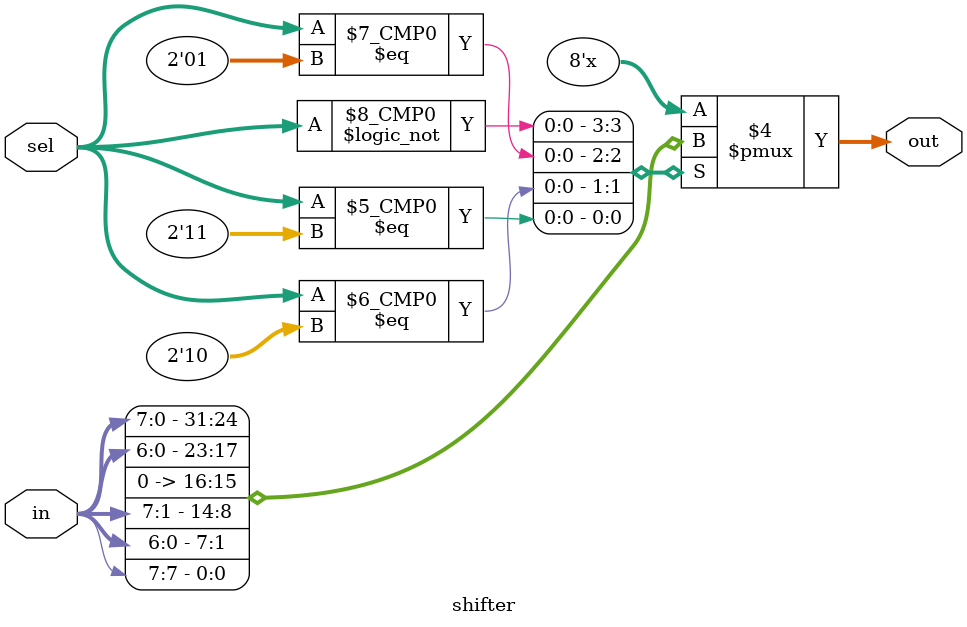
<source format=v>
module shifter (
    input [7:0] in,
    input [1:0] sel,
    output reg [7:0] out
);

    always @(*) begin
        case (sel)
            2'b00: out = in;
            2'b01: out = in << 1;
            2'b10: out = in >> 1;
            2'b11: out = {in[6:0], in[7]};
        endcase
    end

endmodule

</source>
